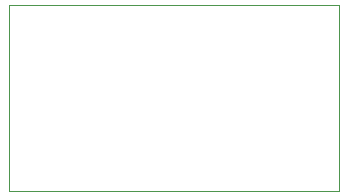
<source format=gm1>
G04 #@! TF.GenerationSoftware,KiCad,Pcbnew,9.0.1+1*
G04 #@! TF.CreationDate,2025-11-12T15:12:04+00:00*
G04 #@! TF.ProjectId,high-efficiency_dc-dc_converter,68696768-2d65-4666-9669-6369656e6379,rev?*
G04 #@! TF.SameCoordinates,Original*
G04 #@! TF.FileFunction,Profile,NP*
%FSLAX46Y46*%
G04 Gerber Fmt 4.6, Leading zero omitted, Abs format (unit mm)*
G04 Created by KiCad (PCBNEW 9.0.1+1) date 2025-11-12 15:12:04*
%MOMM*%
%LPD*%
G01*
G04 APERTURE LIST*
G04 #@! TA.AperFunction,Profile*
%ADD10C,0.050000*%
G04 #@! TD*
G04 APERTURE END LIST*
D10*
X49530000Y-48655000D02*
X49530000Y-32915000D01*
X77470000Y-32915000D02*
X49530000Y-32915000D01*
X77470000Y-48655000D02*
X49530000Y-48655000D01*
X77470000Y-48655000D02*
X77470000Y-32915000D01*
M02*

</source>
